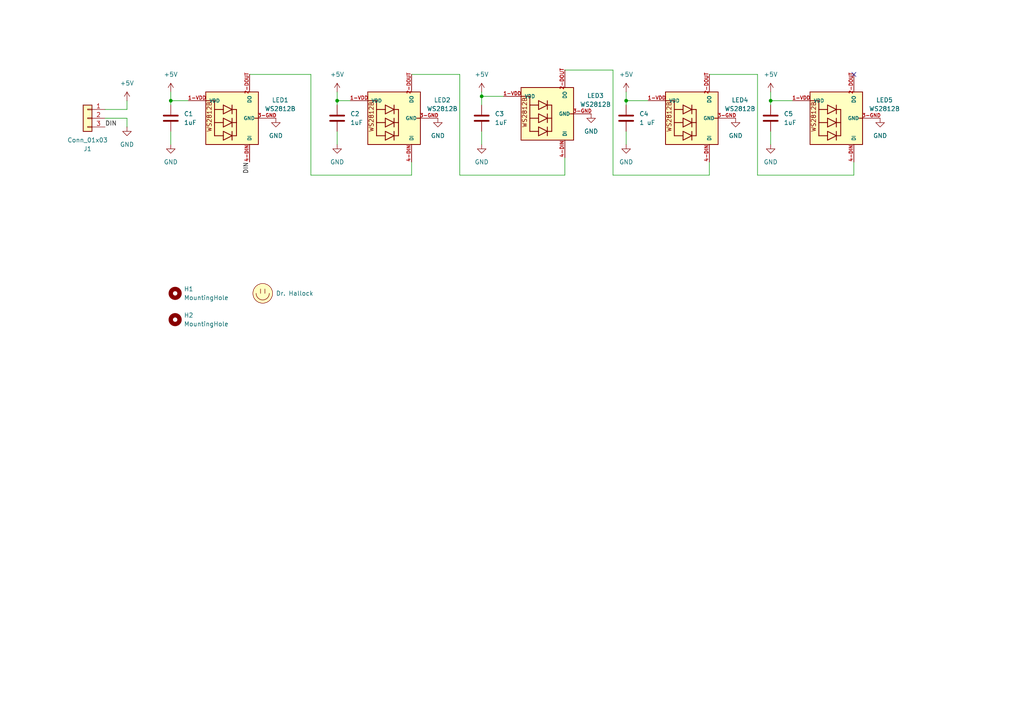
<source format=kicad_sch>
(kicad_sch (version 20250114) (generator "eeschema") (generator_version "9.0")
  (paper "A4")
  (lib_symbols
    (symbol "Connector_Generic:Conn_01x03" (pin_names (offset 1.016) (hide yes))
      (property "Reference" "J" (at 0 5.08 0))
      (property "Value" "Conn_01x03" (at 0 -5.08 0))
      (symbol "Conn_01x03_1_1"
        (rectangle (start -1.27 3.81) (end 1.27 -3.81) (stroke (width 0.254)) (fill (type background)))
        (rectangle (start -1.27 2.667) (end 0 2.413) (stroke (width 0.1524)))
        (rectangle (start -1.27 0.127) (end 0 -0.127) (stroke (width 0.1524)))
        (rectangle (start -1.27 -2.413) (end 0 -2.667) (stroke (width 0.1524)))
        (pin passive line (at -5.08 2.54 0) (length 3.81) (name "Pin_1") (number "1"))
        (pin passive line (at -5.08 0 0) (length 3.81) (name "Pin_2") (number "2"))
        (pin passive line (at -5.08 -2.54 0) (length 3.81) (name "Pin_3") (number "3"))
      )
    )
    (symbol "Device:C" (pin_numbers (hide yes)) (pin_names (offset 0.254))
      (property "Reference" "C" (at 0.635 2.54 0))
      (property "Value" "C" (at 0.635 -2.54 0))
      (symbol "C_0_1"
        (polyline (pts (xy -2.032 0.762) (xy 2.032 0.762)) (stroke (width 0.508)))
        (polyline (pts (xy -2.032 -0.762) (xy 2.032 -0.762)) (stroke (width 0.508)))
      )
      (symbol "C_1_1"
        (pin passive line (at 0 3.81 270) (length 2.794) (name "~") (number "1"))
        (pin passive line (at 0 -3.81 90) (length 2.794) (name "~") (number "2"))
      )
    )
    (symbol "Mechanical:MountingHole" (pin_names (offset 1.016)) (in_bom no)
      (property "Reference" "H" (at 0 5.08 0))
      (property "Value" "MountingHole" (at 0 3.175 0))
      (symbol "MountingHole_0_1"
        (circle (center 0 0) (radius 1.27) (stroke (width 1.27)))
      )
    )
    (symbol "WS2812B:WS2812B" (pin_names (offset 1.016))
      (property "Reference" "LED" (at 0 0 0))
      (property "Value" "WS2812B" (at 0 0 0))
      (symbol "WS2812B_0_0"
        (rectangle (start -7.62 -5.08) (end 7.62 10.16) (stroke (width 0.254)) (fill (type background)))
        (polyline (pts (xy -6.35 5.08) (xy -5.08 5.08)) (stroke (width 0.254)))
        (polyline (pts (xy -6.35 2.54) (xy -5.08 2.54)) (stroke (width 0.254)))
        (polyline (pts (xy -5.08 7.62) (xy -5.08 5.08)) (stroke (width 0.254)))
        (polyline (pts (xy -5.08 5.08) (xy -3.81 5.08)) (stroke (width 0.254)))
        (polyline (pts (xy -5.08 2.54) (xy -6.35 5.08)) (stroke (width 0.254)))
        (polyline (pts (xy -5.08 2.54) (xy -5.08 1.27)) (stroke (width 0.254)))
        (polyline (pts (xy -5.08 2.54) (xy -3.81 5.08)) (stroke (width 0.254)))
        (polyline (pts (xy -3.81 2.54) (xy -5.08 2.54)) (stroke (width 0.254)))
        (polyline (pts (xy -2.54 5.08) (xy 0 5.08)) (stroke (width 0.254)))
        (polyline (pts (xy -2.54 2.54) (xy -1.27 2.54)) (stroke (width 0.254)))
        (polyline (pts (xy -1.27 7.62) (xy -5.08 7.62)) (stroke (width 0.254)))
        (polyline (pts (xy -1.27 5.08) (xy -1.27 7.62)) (stroke (width 0.254)))
        (polyline (pts (xy -1.27 2.54) (xy -2.54 5.08)) (stroke (width 0.254)))
        (polyline (pts (xy -1.27 2.54) (xy -1.27 1.27)) (stroke (width 0.254)))
        (polyline (pts (xy -1.27 2.54) (xy 0 2.54)) (stroke (width 0.254)))
        (polyline (pts (xy -1.27 1.27) (xy -5.08 1.27)) (stroke (width 0.254)))
        (polyline (pts (xy 0 5.08) (xy -1.27 2.54)) (stroke (width 0.254)))
        (polyline (pts (xy 0 -4.064) (xy 0 -5.08)) (stroke (width 0.254)))
        (polyline (pts (xy 1.27 5.08) (xy 2.54 5.08)) (stroke (width 0.254)))
        (polyline (pts (xy 1.27 5.08) (xy 2.54 2.54)) (stroke (width 0.254)))
        (polyline (pts (xy 2.54 7.62) (xy -1.27 7.62)) (stroke (width 0.254)))
        (polyline (pts (xy 2.54 7.62) (xy 5.08 7.62)) (stroke (width 0.254)))
        (polyline (pts (xy 2.54 5.08) (xy 2.54 7.62)) (stroke (width 0.254)))
        (polyline (pts (xy 2.54 2.54) (xy 1.27 2.54)) (stroke (width 0.254)))
        (polyline (pts (xy 2.54 2.54) (xy 2.54 1.27)) (stroke (width 0.254)))
        (polyline (pts (xy 2.54 2.54) (xy 3.81 5.08)) (stroke (width 0.254)))
        (polyline (pts (xy 2.54 2.54) (xy 3.81 2.54)) (stroke (width 0.254)))
        (polyline (pts (xy 2.54 1.27) (xy -1.27 1.27)) (stroke (width 0.254)))
        (polyline (pts (xy 3.81 5.08) (xy 2.54 5.08)) (stroke (width 0.254)))
        (polyline (pts (xy 5.08 10.16) (xy 5.08 7.62)) (stroke (width 0.254)))
        (text "WS2812B" (at -4.064 8.382 0) (effects (font (size 1.27 1.27)) (justify left bottom)))
        (pin input line (at -12.7 -2.54 0) (length 5.08) (name "DI") (number "4-DIN"))
        (pin power_in line (at 0 -10.16 90) (length 5.08) (name "GND") (number "3-GND"))
        (pin power_in line (at 5.08 15.24 270) (length 5.08) (name "VDD") (number "1-VDD"))
        (pin output line (at 12.7 -2.54 180) (length 5.08) (name "DO") (number "2-DOUT"))
      )
    )
    (symbol "power:+5V" (power) (pin_numbers (hide yes)) (pin_names (offset 0) (hide yes))
      (property "Value" "+5V" (at 0 3.556 0))
      (symbol "+5V_0_1"
        (polyline (pts (xy -0.762 1.27) (xy 0 2.54)))
        (polyline (pts (xy 0 2.54) (xy 0.762 1.27)))
        (polyline (pts (xy 0 0) (xy 0 2.54)))
      )
      (symbol "+5V_1_1"
        (pin power_in line (at 0 0 90) (length 0) (name "~") (number "1"))
      )
    )
    (symbol "power:GND" (power) (pin_numbers (hide yes)) (pin_names (offset 0) (hide yes))
      (property "Value" "GND" (at 0 -3.81 0))
      (symbol "GND_0_1"
        (polyline (pts (xy 0 0) (xy 0 -1.27) (xy 1.27 -1.27) (xy 0 -2.54) (xy -1.27 -1.27) (xy 0 -1.27)))
      )
      (symbol "GND_1_1"
        (pin power_in line (at 0 0 270) (length 0) (name "~") (number "1"))
      )
    )
    (symbol "utsvt_misc:Logo_Placeholder" (pin_names (offset 1.016))
      (property "Value" "Dr. Hallock" (at 3.556 0 0))
      (symbol "Logo_Placeholder_0_1"
        (polyline (pts (xy -0.635 1.27) (xy -0.635 0)))
        (arc (start 1.905 0) (mid 0 -1.8967) (end -1.905 0))
        (circle (center 0 0) (radius 2.8448) (fill (type background)))
        (polyline (pts (xy 0.635 1.27) (xy 0.635 0)))
      )
    )
  )
  (junction (at 97.79 29.21))
  (junction (at 49.53 29.21))
  (junction (at 181.61 29.21))
  (junction (at 223.52 29.21))
  (junction (at 139.7 27.94))
  (no_connect (at 247.65 21.59))
  (wire (pts (xy 30.48 31.75) (xy 36.83 31.75)))
  (wire (pts (xy 177.8 20.32) (xy 177.8 50.8)))
  (wire (pts (xy 247.65 50.8) (xy 247.65 46.99)))
  (wire (pts (xy 181.61 29.21) (xy 187.96 29.21)))
  (wire (pts (xy 163.83 20.32) (xy 177.8 20.32)))
  (wire (pts (xy 90.17 21.59) (xy 90.17 50.8)))
  (wire (pts (xy 223.52 29.21) (xy 223.52 30.48)))
  (wire (pts (xy 49.53 29.21) (xy 54.61 29.21)))
  (wire (pts (xy 49.53 26.67) (xy 49.53 29.21)))
  (wire (pts (xy 139.7 41.91) (xy 139.7 38.1)))
  (wire (pts (xy 133.35 50.8) (xy 163.83 50.8)))
  (wire (pts (xy 219.71 21.59) (xy 219.71 50.8)))
  (wire (pts (xy 49.53 29.21) (xy 49.53 30.48)))
  (wire (pts (xy 133.35 21.59) (xy 133.35 50.8)))
  (wire (pts (xy 205.74 50.8) (xy 205.74 46.99)))
  (wire (pts (xy 97.79 26.67) (xy 97.79 29.21)))
  (wire (pts (xy 163.83 45.72) (xy 163.83 50.8)))
  (wire (pts (xy 36.83 34.29) (xy 36.83 36.83)))
  (wire (pts (xy 30.48 34.29) (xy 36.83 34.29)))
  (wire (pts (xy 139.7 27.94) (xy 139.7 30.48)))
  (wire (pts (xy 90.17 50.8) (xy 119.38 50.8)))
  (wire (pts (xy 223.52 29.21) (xy 229.87 29.21)))
  (wire (pts (xy 177.8 50.8) (xy 205.74 50.8)))
  (wire (pts (xy 219.71 50.8) (xy 247.65 50.8)))
  (wire (pts (xy 49.53 41.91) (xy 49.53 38.1)))
  (wire (pts (xy 119.38 21.59) (xy 133.35 21.59)))
  (wire (pts (xy 181.61 26.67) (xy 181.61 29.21)))
  (wire (pts (xy 97.79 29.21) (xy 97.79 30.48)))
  (wire (pts (xy 205.74 21.59) (xy 219.71 21.59)))
  (wire (pts (xy 223.52 41.91) (xy 223.52 38.1)))
  (wire (pts (xy 181.61 41.91) (xy 181.61 38.1)))
  (wire (pts (xy 119.38 50.8) (xy 119.38 46.99)))
  (wire (pts (xy 223.52 26.67) (xy 223.52 29.21)))
  (wire (pts (xy 181.61 29.21) (xy 181.61 30.48)))
  (wire (pts (xy 36.83 29.21) (xy 36.83 31.75)))
  (wire (pts (xy 139.7 27.94) (xy 146.05 27.94)))
  (wire (pts (xy 139.7 26.67) (xy 139.7 27.94)))
  (wire (pts (xy 72.39 21.59) (xy 90.17 21.59)))
  (wire (pts (xy 97.79 29.21) (xy 101.6 29.21)))
  (wire (pts (xy 97.79 41.91) (xy 97.79 38.1)))
  (label "DIN" (at 72.39 46.99 270))
  (label "DIN" (at 30.48 36.83 0))
  (symbol (lib_id "WS2812B:WS2812B") (at 161.29 33.02 90) (unit 1)
    (property "Reference" "LED3" (at 172.72 27.7493 90))
    (property "Value" "WS2812B" (at 172.72 30.2893 90))
    (property "Footprint" "WS2812B:WS2812B" (effects (hide yes)))
    (property "MF" "Adafruit Industries" (effects (hide yes)))
    (property "Description_1" "Addressable Lighting series 50 LED Discrete Serial (Shift Register) Red, Green, Blue (RGB) 9.10mm L x 9.10mm W" (effects (hide yes)))
    (property "Package" "None" (effects (hide yes)))
    (property "Price" "None" (effects (hide yes)))
    (property "SnapEDA_Link" "https://www.snapeda.com/parts/WS2812B/Adafruit+Industries/view-part/?ref=snap" (effects (hide yes)))
    (property "MP" "WS2812B" (effects (hide yes)))
    (property "Availability" "Not in stock" (effects (hide yes)))
    (property "Check_prices" "https://www.snapeda.com/parts/WS2812B/Adafruit+Industries/view-part/?ref=eda" (effects (hide yes)))
  )
  (symbol (lib_id "Mechanical:MountingHole") (at 50.8 92.71 0) (unit 1) (in_bom no)
    (property "Reference" "H2" (at 53.34 91.4399 0) (effects (justify left)))
    (property "Value" "MountingHole" (at 53.34 93.9799 0) (effects (justify left)))
    (property "Footprint" "MountingHole:MountingHole_3.2mm_M3" (effects (hide yes)))
    (property "Description" "Mounting Hole without connection" (effects (hide yes)))
  )
  (symbol (lib_id "power:+5V") (at 49.53 26.67 0) (unit 1)
    (property "Reference" "#PWR03" (effects (hide yes)))
    (property "Value" "+5V" (at 49.53 21.59 0))
    (property "Description" "Power symbol creates a global label with name \"+5V\"" (effects (hide yes)))
  )
  (symbol (lib_id "Device:C") (at 223.52 34.29 0) (unit 1)
    (property "Reference" "C5" (at 227.33 33.0199 0) (effects (justify left)))
    (property "Value" "1uF" (at 227.33 35.5599 0) (effects (justify left)))
    (property "Footprint" "Capacitor_SMD:C_0603_1608Metric_Pad1.08x0.95mm_HandSolder" (effects (hide yes)))
    (property "Description" "Unpolarized capacitor" (effects (hide yes)))
  )
  (symbol (lib_id "WS2812B:WS2812B") (at 245.11 34.29 90) (unit 1)
    (property "Reference" "LED5" (at 256.54 29.0193 90))
    (property "Value" "WS2812B" (at 256.54 31.5593 90))
    (property "Footprint" "WS2812B:WS2812B" (effects (hide yes)))
    (property "MF" "Adafruit Industries" (effects (hide yes)))
    (property "Description_1" "Addressable Lighting series 50 LED Discrete Serial (Shift Register) Red, Green, Blue (RGB) 9.10mm L x 9.10mm W" (effects (hide yes)))
    (property "Package" "None" (effects (hide yes)))
    (property "Price" "None" (effects (hide yes)))
    (property "SnapEDA_Link" "https://www.snapeda.com/parts/WS2812B/Adafruit+Industries/view-part/?ref=snap" (effects (hide yes)))
    (property "MP" "WS2812B" (effects (hide yes)))
    (property "Availability" "Not in stock" (effects (hide yes)))
    (property "Check_prices" "https://www.snapeda.com/parts/WS2812B/Adafruit+Industries/view-part/?ref=eda" (effects (hide yes)))
  )
  (symbol (lib_id "WS2812B:WS2812B") (at 116.84 34.29 90) (unit 1)
    (property "Reference" "LED2" (at 128.27 29.0193 90))
    (property "Value" "WS2812B" (at 128.27 31.5593 90))
    (property "Footprint" "WS2812B:WS2812B" (effects (hide yes)))
    (property "MF" "Adafruit Industries" (effects (hide yes)))
    (property "Description_1" "Addressable Lighting series 50 LED Discrete Serial (Shift Register) Red, Green, Blue (RGB) 9.10mm L x 9.10mm W" (effects (hide yes)))
    (property "Package" "None" (effects (hide yes)))
    (property "Price" "None" (effects (hide yes)))
    (property "SnapEDA_Link" "https://www.snapeda.com/parts/WS2812B/Adafruit+Industries/view-part/?ref=snap" (effects (hide yes)))
    (property "MP" "WS2812B" (effects (hide yes)))
    (property "Availability" "Not in stock" (effects (hide yes)))
    (property "Check_prices" "https://www.snapeda.com/parts/WS2812B/Adafruit+Industries/view-part/?ref=eda" (effects (hide yes)))
  )
  (symbol (lib_id "power:+5V") (at 36.83 29.21 0) (unit 1)
    (property "Reference" "#PWR02" (effects (hide yes)))
    (property "Value" "+5V" (at 36.83 24.13 0))
    (property "Description" "Power symbol creates a global label with name \"+5V\"" (effects (hide yes)))
  )
  (symbol (lib_id "power:GND") (at 171.45 33.02 0) (unit 1)
    (property "Reference" "#PWR015" (effects (hide yes)))
    (property "Value" "GND" (at 171.45 38.1 0))
    (property "Description" "Power symbol creates a global label with name \"GND\" , ground" (effects (hide yes)))
  )
  (symbol (lib_id "power:GND") (at 181.61 41.91 0) (unit 1)
    (property "Reference" "#PWR010" (effects (hide yes)))
    (property "Value" "GND" (at 181.61 46.99 0))
    (property "Description" "Power symbol creates a global label with name \"GND\" , ground" (effects (hide yes)))
  )
  (symbol (lib_id "Device:C") (at 97.79 34.29 0) (unit 1)
    (property "Reference" "C2" (at 101.6 33.0199 0) (effects (justify left)))
    (property "Value" "1uF" (at 101.6 35.5599 0) (effects (justify left)))
    (property "Footprint" "Capacitor_SMD:C_0603_1608Metric_Pad1.08x0.95mm_HandSolder" (effects (hide yes)))
    (property "Description" "Unpolarized capacitor" (effects (hide yes)))
  )
  (symbol (lib_id "Device:C") (at 49.53 34.29 0) (unit 1)
    (property "Reference" "C1" (at 53.34 33.0199 0) (effects (justify left)))
    (property "Value" "1uF" (at 53.34 35.5599 0) (effects (justify left)))
    (property "Footprint" "Capacitor_SMD:C_0603_1608Metric_Pad1.08x0.95mm_HandSolder" (effects (hide yes)))
    (property "Description" "Unpolarized capacitor" (effects (hide yes)))
  )
  (symbol (lib_id "Device:C") (at 139.7 34.29 0) (unit 1)
    (property "Reference" "C3" (at 143.51 33.0199 0) (effects (justify left)))
    (property "Value" "1uF" (at 143.51 35.5599 0) (effects (justify left)))
    (property "Footprint" "Capacitor_SMD:C_0603_1608Metric_Pad1.08x0.95mm_HandSolder" (effects (hide yes)))
    (property "Description" "Unpolarized capacitor" (effects (hide yes)))
  )
  (symbol (lib_id "power:GND") (at 36.83 36.83 0) (unit 1)
    (property "Reference" "#PWR01" (effects (hide yes)))
    (property "Value" "GND" (at 36.83 41.91 0))
    (property "Description" "Power symbol creates a global label with name \"GND\" , ground" (effects (hide yes)))
  )
  (symbol (lib_id "Device:C") (at 181.61 34.29 0) (unit 1)
    (property "Reference" "C4" (at 185.42 33.0199 0) (effects (justify left)))
    (property "Value" "1 uF" (at 185.42 35.5599 0) (effects (justify left)))
    (property "Footprint" "Capacitor_SMD:C_0603_1608Metric_Pad1.08x0.95mm_HandSolder" (effects (hide yes)))
    (property "Description" "Unpolarized capacitor" (effects (hide yes)))
  )
  (symbol (lib_id "power:+5V") (at 181.61 26.67 0) (unit 1)
    (property "Reference" "#PWR09" (effects (hide yes)))
    (property "Value" "+5V" (at 181.61 21.59 0))
    (property "Description" "Power symbol creates a global label with name \"+5V\"" (effects (hide yes)))
  )
  (symbol (lib_id "power:GND") (at 97.79 41.91 0) (unit 1)
    (property "Reference" "#PWR06" (effects (hide yes)))
    (property "Value" "GND" (at 97.79 46.99 0))
    (property "Description" "Power symbol creates a global label with name \"GND\" , ground" (effects (hide yes)))
  )
  (symbol (lib_id "Connector_Generic:Conn_01x03") (at 25.4 34.29 0) (mirror y) (unit 1)
    (property "Reference" "J1" (at 25.4 43.18 0))
    (property "Value" "Conn_01x03" (at 25.4 40.64 0))
    (property "Footprint" "Connector_Molex:Molex_Nano-Fit_105309-xx03_1x03_P2.50mm_Vertical" (effects (hide yes)))
    (property "Description" "Generic connector, single row, 01x03, script generated (kicad-library-utils/schlib/autogen/connector/)" (effects (hide yes)))
  )
  (symbol (lib_id "power:+5V") (at 223.52 26.67 0) (unit 1)
    (property "Reference" "#PWR011" (effects (hide yes)))
    (property "Value" "+5V" (at 223.52 21.59 0))
    (property "Description" "Power symbol creates a global label with name \"+5V\"" (effects (hide yes)))
  )
  (symbol (lib_id "power:+5V") (at 97.79 26.67 0) (unit 1)
    (property "Reference" "#PWR05" (effects (hide yes)))
    (property "Value" "+5V" (at 97.79 21.59 0))
    (property "Description" "Power symbol creates a global label with name \"+5V\"" (effects (hide yes)))
  )
  (symbol (lib_id "power:GND") (at 223.52 41.91 0) (unit 1)
    (property "Reference" "#PWR012" (effects (hide yes)))
    (property "Value" "GND" (at 223.52 46.99 0))
    (property "Description" "Power symbol creates a global label with name \"GND\" , ground" (effects (hide yes)))
  )
  (symbol (lib_id "power:GND") (at 49.53 41.91 0) (unit 1)
    (property "Reference" "#PWR04" (effects (hide yes)))
    (property "Value" "GND" (at 49.53 46.99 0))
    (property "Description" "Power symbol creates a global label with name \"GND\" , ground" (effects (hide yes)))
  )
  (symbol (lib_id "utsvt_misc:Logo_Placeholder") (at 76.2 85.09 0) (unit 1)
    (property "Reference" "LOGO1" (effects (hide yes)))
    (property "Value" "Dr. Hallock" (at 80.01 85.0899 0) (effects (justify left)))
    (property "Footprint" "UTSVT_Logos:LHRs_LOGO" (effects (hide yes)))
    (property "Description" "Graph footprint placeholder" (effects (hide yes)))
  )
  (symbol (lib_id "power:GND") (at 127 34.29 0) (unit 1)
    (property "Reference" "#PWR014" (effects (hide yes)))
    (property "Value" "GND" (at 127 39.37 0))
    (property "Description" "Power symbol creates a global label with name \"GND\" , ground" (effects (hide yes)))
  )
  (symbol (lib_id "power:GND") (at 139.7 41.91 0) (unit 1)
    (property "Reference" "#PWR08" (effects (hide yes)))
    (property "Value" "GND" (at 139.7 46.99 0))
    (property "Description" "Power symbol creates a global label with name \"GND\" , ground" (effects (hide yes)))
  )
  (symbol (lib_id "WS2812B:WS2812B") (at 203.2 34.29 90) (unit 1)
    (property "Reference" "LED4" (at 214.63 29.0193 90))
    (property "Value" "WS2812B" (at 214.63 31.5593 90))
    (property "Footprint" "WS2812B:WS2812B" (effects (hide yes)))
    (property "MF" "Adafruit Industries" (effects (hide yes)))
    (property "Description_1" "Addressable Lighting series 50 LED Discrete Serial (Shift Register) Red, Green, Blue (RGB) 9.10mm L x 9.10mm W" (effects (hide yes)))
    (property "Package" "None" (effects (hide yes)))
    (property "Price" "None" (effects (hide yes)))
    (property "SnapEDA_Link" "https://www.snapeda.com/parts/WS2812B/Adafruit+Industries/view-part/?ref=snap" (effects (hide yes)))
    (property "MP" "WS2812B" (effects (hide yes)))
    (property "Availability" "Not in stock" (effects (hide yes)))
    (property "Check_prices" "https://www.snapeda.com/parts/WS2812B/Adafruit+Industries/view-part/?ref=eda" (effects (hide yes)))
  )
  (symbol (lib_id "power:GND") (at 80.01 34.29 0) (unit 1)
    (property "Reference" "#PWR013" (effects (hide yes)))
    (property "Value" "GND" (at 80.01 39.37 0))
    (property "Description" "Power symbol creates a global label with name \"GND\" , ground" (effects (hide yes)))
  )
  (symbol (lib_id "Mechanical:MountingHole") (at 50.8 85.09 0) (unit 1) (in_bom no)
    (property "Reference" "H1" (at 53.34 83.8199 0) (effects (justify left)))
    (property "Value" "MountingHole" (at 53.34 86.3599 0) (effects (justify left)))
    (property "Footprint" "MountingHole:MountingHole_3.2mm_M3" (effects (hide yes)))
    (property "Description" "Mounting Hole without connection" (effects (hide yes)))
  )
  (symbol (lib_id "power:+5V") (at 139.7 26.67 0) (unit 1)
    (property "Reference" "#PWR07" (effects (hide yes)))
    (property "Value" "+5V" (at 139.7 21.59 0))
    (property "Description" "Power symbol creates a global label with name \"+5V\"" (effects (hide yes)))
  )
  (symbol (lib_id "power:GND") (at 255.27 34.29 0) (unit 1)
    (property "Reference" "#PWR017" (effects (hide yes)))
    (property "Value" "GND" (at 255.27 39.37 0))
    (property "Description" "Power symbol creates a global label with name \"GND\" , ground" (effects (hide yes)))
  )
  (symbol (lib_id "WS2812B:WS2812B") (at 69.85 34.29 90) (unit 1)
    (property "Reference" "LED1" (at 81.28 29.0193 90))
    (property "Value" "WS2812B" (at 81.28 31.5593 90))
    (property "Footprint" "WS2812B:WS2812B" (effects (hide yes)))
    (property "MF" "Adafruit Industries" (effects (hide yes)))
    (property "Description_1" "Addressable Lighting series 50 LED Discrete Serial (Shift Register) Red, Green, Blue (RGB) 9.10mm L x 9.10mm W" (effects (hide yes)))
    (property "Package" "None" (effects (hide yes)))
    (property "Price" "None" (effects (hide yes)))
    (property "SnapEDA_Link" "https://www.snapeda.com/parts/WS2812B/Adafruit+Industries/view-part/?ref=snap" (effects (hide yes)))
    (property "MP" "WS2812B" (effects (hide yes)))
    (property "Availability" "Not in stock" (effects (hide yes)))
    (property "Check_prices" "https://www.snapeda.com/parts/WS2812B/Adafruit+Industries/view-part/?ref=eda" (effects (hide yes)))
  )
  (symbol (lib_id "power:GND") (at 213.36 34.29 0) (unit 1)
    (property "Reference" "#PWR016" (effects (hide yes)))
    (property "Value" "GND" (at 213.36 39.37 0))
    (property "Description" "Power symbol creates a global label with name \"GND\" , ground" (effects (hide yes)))
  )
)
</source>
